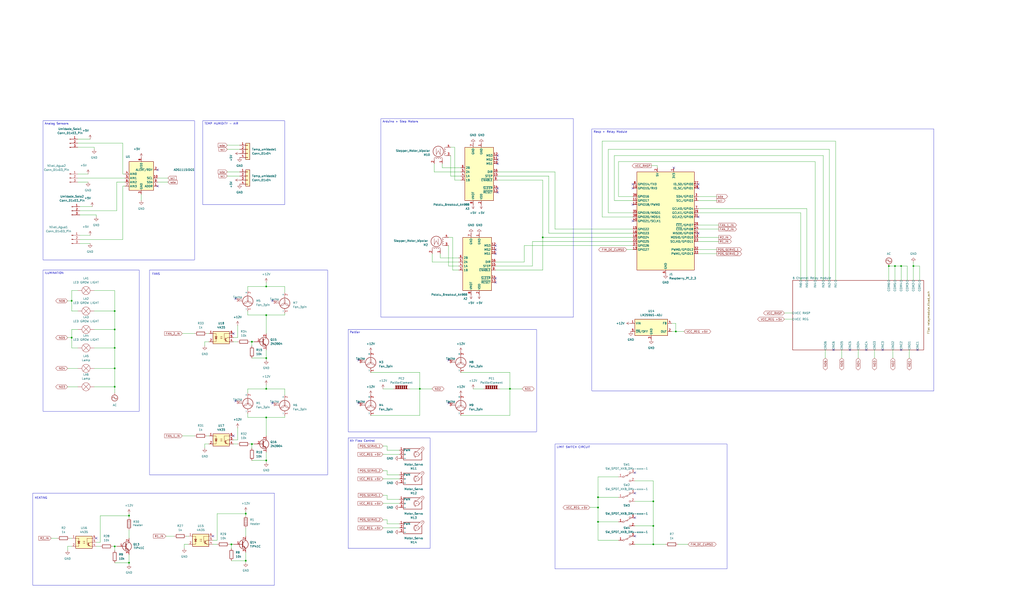
<source format=kicad_sch>
(kicad_sch (version 20231120) (generator "eeschema") (generator_version "8.0")
  (paper "User" 635 381)
  (title_block (title "Smart Greenhouse") (date "2024-11-13") (rev "A"))
  (junction (at 405.13 337.82))
  (junction (at 71.12 193.04))
  (junction (at 370.84 314.96))
  (junction (at 152.4 318.77))
  (junction (at 566.42 165.1))
  (junction (at 558.8 165.1))
  (junction (at 165.1 195.58))
  (junction (at 156.21 212.09))
  (junction (at 551.18 165.1))
  (junction (at 71.12 204.47))
  (junction (at 370.84 323.85))
  (junction (at 165.1 259.08))
  (junction (at 336.55 147.32))
  (junction (at 370.84 308.61))
  (junction (at 165.1 285.75))
  (junction (at 165.1 241.3))
  (junction (at 71.12 215.9))
  (junction (at 419.1 205.74))
  (junction (at 165.1 222.25))
  (junction (at 316.23 241.3))
  (junction (at 71.12 240.03))
  (junction (at 165.1 177.8))
  (junction (at 405.13 311.15))
  (junction (at 80.01 349.25))
  (junction (at 44.45 186.69))
  (junction (at 143.51 337.82))
  (junction (at 152.4 347.98))
  (junction (at 80.01 320.04))
  (junction (at 554.99 165.1))
  (junction (at 71.12 339.09))
  (junction (at 405.13 326.39))
  (junction (at 44.45 209.55))
  (junction (at 260.35 241.3))
  (junction (at 71.12 228.6))
  (junction (at 156.21 275.59))
  (no_connect (at 393.7 332.74))
  (no_connect (at 308.61 96.52))
  (no_connect (at 222.25 250.19))
  (no_connect (at 558.8 217.17))
  (no_connect (at 307.34 157.48))
  (no_connect (at 516.89 217.17))
  (no_connect (at 97.79 115.57))
  (no_connect (at 433.07 134.62))
  (no_connect (at 308.61 119.38))
  (no_connect (at 308.61 116.84))
  (no_connect (at 392.43 127))
  (no_connect (at 308.61 99.06))
  (no_connect (at 146.05 185.42))
  (no_connect (at 307.34 172.72))
  (no_connect (at 132.08 332.74))
  (no_connect (at 278.13 223.52))
  (no_connect (at 568.96 217.17))
  (no_connect (at 307.34 175.26))
  (no_connect (at 433.07 116.84))
  (no_connect (at 527.05 217.17))
  (no_connect (at 537.21 217.17))
  (no_connect (at 392.43 137.16))
  (no_connect (at 393.7 306.07))
  (no_connect (at 393.7 321.31))
  (no_connect (at 278.13 250.19))
  (no_connect (at 144.78 270.51))
  (no_connect (at 168.91 186.69))
  (no_connect (at 307.34 154.94))
  (no_connect (at 433.07 144.78))
  (no_connect (at 144.78 207.01))
  (no_connect (at 168.91 250.19))
  (no_connect (at 97.79 105.41))
  (no_connect (at 417.83 104.14))
  (no_connect (at 308.61 101.6))
  (no_connect (at 146.05 248.92))
  (no_connect (at 222.25 223.52))
  (no_connect (at 393.7 293.37))
  (no_connect (at 392.43 116.84))
  (no_connect (at 59.69 334.01))
  (no_connect (at 547.37 217.17))
  (no_connect (at 433.07 114.3))
  (no_connect (at 392.43 114.3))
  (no_connect (at 307.34 152.4))
  (wire (pts (xy 260.35 241.3) (xy 260.35 257.81)))
  (wire (pts (xy 59.69 336.55) (xy 62.23 336.55)))
  (wire (pts (xy 325.12 162.56) (xy 325.12 152.4)))
  (wire (pts (xy 505.46 100.33) (xy 505.46 173.99)))
  (wire (pts (xy 532.13 217.17) (xy 532.13 222.25)))
  (wire (pts (xy 316.23 241.3) (xy 316.23 257.81)))
  (wire (pts (xy 80.01 344.17) (xy 80.01 349.25)))
  (wire (pts (xy 143.51 340.36) (xy 143.51 337.82)))
  (wire (pts (xy 71.12 339.09) (xy 69.85 339.09)))
  (wire (pts (xy 48.26 110.49) (xy 77.47 110.49)))
  (wire (pts (xy 55.88 146.05) (xy 49.53 146.05)))
  (wire (pts (xy 48.26 193.04) (xy 44.45 193.04)))
  (wire (pts (xy 340.36 109.22) (xy 340.36 144.78)))
  (wire (pts (xy 419.1 205.74) (xy 416.56 205.74)))
  (wire (pts (xy 157.48 212.09) (xy 156.21 212.09)))
  (wire (pts (xy 240.03 292.1) (xy 240.03 294.64)))
  (wire (pts (xy 144.78 337.82) (xy 143.51 337.82)))
  (wire (pts (xy 383.54 100.33) (xy 505.46 100.33)))
  (wire (pts (xy 240.03 294.64) (xy 247.65 294.64)))
  (wire (pts (xy 44.45 186.69) (xy 44.45 180.34)))
  (wire (pts (xy 58.42 204.47) (xy 71.12 204.47)))
  (wire (pts (xy 240.03 276.86) (xy 240.03 279.4)))
  (wire (pts (xy 128.27 207.01) (xy 129.54 207.01)))
  (wire (pts (xy 153.67 241.3) (xy 153.67 243.84)))
  (wire (pts (xy 156.21 275.59) (xy 154.94 275.59)))
  (wire (pts (xy 115.57 332.74) (xy 116.84 332.74)))
  (wire (pts (xy 153.67 177.8) (xy 153.67 180.34)))
  (wire (pts (xy 43.18 334.01) (xy 44.45 334.01)))
  (wire (pts (xy 285.75 231.14) (xy 316.23 231.14)))
  (wire (pts (xy 165.1 195.58) (xy 165.1 207.01)))
  (wire (pts (xy 285.75 104.14) (xy 274.32 104.14)))
  (wire (pts (xy 316.23 241.3) (xy 323.85 241.3)))
  (wire (pts (xy 41.91 339.09) (xy 41.91 341.63)))
  (wire (pts (xy 486.41 198.12) (xy 491.49 198.12)))
  (wire (pts (xy 500.38 129.54) (xy 500.38 173.99)))
  (wire (pts (xy 49.53 148.59) (xy 76.2 148.59)))
  (wire (pts (xy 570.23 173.99) (xy 570.23 165.1)))
  (wire (pts (xy 240.03 325.12) (xy 247.65 325.12)))
  (wire (pts (xy 114.3 337.82) (xy 114.3 340.36)))
  (wire (pts (xy 514.35 92.71) (xy 514.35 173.99)))
  (wire (pts (xy 153.67 259.08) (xy 165.1 259.08)))
  (wire (pts (xy 551.18 165.1) (xy 551.18 173.99)))
  (wire (pts (xy 444.5 121.92) (xy 433.07 121.92)))
  (wire (pts (xy 274.32 101.6) (xy 274.32 104.14)))
  (wire (pts (xy 273.05 157.48) (xy 273.05 160.02)))
  (wire (pts (xy 260.35 241.3) (xy 267.97 241.3)))
  (wire (pts (xy 156.21 214.63) (xy 156.21 212.09)))
  (wire (pts (xy 87.63 124.46) (xy 87.63 120.65)))
  (wire (pts (xy 71.12 204.47) (xy 71.12 215.9)))
  (wire (pts (xy 237.49 322.58) (xy 240.03 322.58)))
  (wire (pts (xy 165.1 259.08) (xy 165.1 270.51)))
  (wire (pts (xy 336.55 111.76) (xy 336.55 147.32)))
  (wire (pts (xy 558.8 165.1) (xy 558.8 173.99)))
  (wire (pts (xy 308.61 111.76) (xy 336.55 111.76)))
  (wire (pts (xy 521.97 217.17) (xy 521.97 222.25)))
  (wire (pts (xy 62.23 320.04) (xy 80.01 320.04)))
  (wire (pts (xy 419.1 200.66) (xy 419.1 205.74)))
  (wire (pts (xy 307.34 165.1) (xy 330.2 165.1)))
  (wire (pts (xy 147.32 265.43) (xy 147.32 273.05)))
  (wire (pts (xy 316.23 231.14) (xy 316.23 241.3)))
  (wire (pts (xy 156.21 285.75) (xy 165.1 285.75)))
  (wire (pts (xy 254 241.3) (xy 260.35 241.3)))
  (wire (pts (xy 176.53 177.8) (xy 176.53 181.61)))
  (wire (pts (xy 59.69 133.35) (xy 59.69 134.62)))
  (wire (pts (xy 62.23 339.09) (xy 59.69 339.09)))
  (wire (pts (xy 156.21 222.25) (xy 165.1 222.25)))
  (wire (pts (xy 54.61 113.03) (xy 48.26 113.03)))
  (wire (pts (xy 518.16 87.63) (xy 373.38 87.63)))
  (wire (pts (xy 176.53 257.81) (xy 176.53 259.08)))
  (wire (pts (xy 71.12 243.84) (xy 71.12 240.03)))
  (wire (pts (xy 113.03 270.51) (xy 120.65 270.51)))
  (wire (pts (xy 147.32 212.09) (xy 144.78 212.09)))
  (wire (pts (xy 344.17 142.24) (xy 392.43 142.24)))
  (wire (pts (xy 237.49 276.86) (xy 240.03 276.86)))
  (wire (pts (xy 165.1 280.67) (xy 165.1 285.75)))
  (wire (pts (xy 144.78 209.55) (xy 147.32 209.55)))
  (wire (pts (xy 518.16 173.99) (xy 518.16 87.63)))
  (wire (pts (xy 279.4 96.52) (xy 279.4 109.22)))
  (wire (pts (xy 152.4 347.98) (xy 152.4 349.25)))
  (wire (pts (xy 153.67 177.8) (xy 165.1 177.8)))
  (wire (pts (xy 48.26 228.6) (xy 41.91 228.6)))
  (wire (pts (xy 152.4 327.66) (xy 152.4 332.74)))
  (wire (pts (xy 237.49 327.66) (xy 247.65 327.66)))
  (wire (pts (xy 156.21 278.13) (xy 156.21 275.59)))
  (wire (pts (xy 44.45 209.55) (xy 44.45 215.9)))
  (wire (pts (xy 71.12 204.47) (xy 71.12 193.04)))
  (wire (pts (xy 370.84 323.85) (xy 383.54 323.85)))
  (wire (pts (xy 566.42 165.1) (xy 566.42 173.99)))
  (wire (pts (xy 128.27 270.51) (xy 129.54 270.51)))
  (wire (pts (xy 237.49 312.42) (xy 247.65 312.42)))
  (wire (pts (xy 152.4 342.9) (xy 152.4 347.98)))
  (wire (pts (xy 377.19 92.71) (xy 514.35 92.71)))
  (wire (pts (xy 147.32 201.93) (xy 147.32 209.55)))
  (wire (pts (xy 551.18 165.1) (xy 554.99 165.1)))
  (wire (pts (xy 72.39 130.81) (xy 72.39 113.03)))
  (wire (pts (xy 72.39 113.03) (xy 77.47 113.03)))
  (wire (pts (xy 237.49 281.94) (xy 247.65 281.94)))
  (wire (pts (xy 240.03 309.88) (xy 247.65 309.88)))
  (wire (pts (xy 59.69 133.35) (xy 49.53 133.35)))
  (wire (pts (xy 134.62 337.82) (xy 132.08 337.82)))
  (wire (pts (xy 496.57 132.08) (xy 496.57 173.99)))
  (wire (pts (xy 293.37 241.3) (xy 299.72 241.3)))
  (wire (pts (xy 49.53 130.81) (xy 72.39 130.81)))
  (wire (pts (xy 424.18 205.74) (xy 419.1 205.74)))
  (wire (pts (xy 309.88 241.3) (xy 316.23 241.3)))
  (wire (pts (xy 377.19 132.08) (xy 377.19 92.71)))
  (wire (pts (xy 392.43 132.08) (xy 377.19 132.08)))
  (wire (pts (xy 153.67 259.08) (xy 153.67 256.54)))
  (wire (pts (xy 284.48 167.64) (xy 280.67 167.64)))
  (wire (pts (xy 279.4 91.44) (xy 281.94 91.44)))
  (wire (pts (xy 562.61 165.1) (xy 562.61 173.99)))
  (wire (pts (xy 260.35 231.14) (xy 260.35 241.3)))
  (wire (pts (xy 107.95 332.74) (xy 102.87 332.74)))
  (wire (pts (xy 240.03 322.58) (xy 240.03 325.12)))
  (wire (pts (xy 285.75 109.22) (xy 279.4 109.22)))
  (wire (pts (xy 340.36 144.78) (xy 392.43 144.78)))
  (wire (pts (xy 55.88 151.13) (xy 49.53 151.13)))
  (wire (pts (xy 308.61 106.68) (xy 344.17 106.68)))
  (wire (pts (xy 132.08 335.28) (xy 134.62 335.28)))
  (wire (pts (xy 58.42 180.34) (xy 71.12 180.34)))
  (wire (pts (xy 542.29 217.17) (xy 542.29 222.25)))
  (wire (pts (xy 165.1 222.25) (xy 165.1 223.52)))
  (wire (pts (xy 140.97 92.71) (xy 148.59 92.71)))
  (wire (pts (xy 330.2 165.1) (xy 330.2 149.86)))
  (wire (pts (xy 433.07 124.46) (xy 444.5 124.46)))
  (wire (pts (xy 365.76 314.96) (xy 370.84 314.96)))
  (wire (pts (xy 370.84 323.85) (xy 370.84 335.28)))
  (wire (pts (xy 240.03 307.34) (xy 240.03 309.88)))
  (wire (pts (xy 80.01 318.77) (xy 80.01 320.04)))
  (wire (pts (xy 54.61 107.95) (xy 48.26 107.95)))
  (wire (pts (xy 229.87 257.81) (xy 260.35 257.81)))
  (wire (pts (xy 237.49 241.3) (xy 243.84 241.3)))
  (wire (pts (xy 307.34 162.56) (xy 325.12 162.56)))
  (wire (pts (xy 165.1 177.8) (xy 176.53 177.8)))
  (wire (pts (xy 153.67 195.58) (xy 165.1 195.58)))
  (wire (pts (xy 129.54 275.59) (xy 127 275.59)))
  (wire (pts (xy 393.7 326.39) (xy 405.13 326.39)))
  (wire (pts (xy 433.07 132.08) (xy 496.57 132.08)))
  (wire (pts (xy 152.4 317.5) (xy 152.4 318.77)))
  (wire (pts (xy 433.07 142.24) (xy 445.77 142.24)))
  (wire (pts (xy 140.97 106.68) (xy 148.59 106.68)))
  (wire (pts (xy 554.99 165.1) (xy 554.99 173.99)))
  (wire (pts (xy 48.26 215.9) (xy 44.45 215.9)))
  (wire (pts (xy 563.88 217.17) (xy 563.88 222.25)))
  (wire (pts (xy 393.7 337.82) (xy 405.13 337.82)))
  (wire (pts (xy 486.41 194.31) (xy 491.49 194.31)))
  (wire (pts (xy 153.67 241.3) (xy 165.1 241.3)))
  (wire (pts (xy 403.86 102.87) (xy 407.67 102.87)))
  (wire (pts (xy 143.51 337.82) (xy 142.24 337.82)))
  (wire (pts (xy 393.7 311.15) (xy 405.13 311.15)))
  (wire (pts (xy 127 275.59) (xy 127 278.13)))
  (wire (pts (xy 278.13 152.4) (xy 278.13 165.1)))
  (wire (pts (xy 58.42 240.03) (xy 71.12 240.03)))
  (wire (pts (xy 405.13 298.45) (xy 393.7 298.45)))
  (wire (pts (xy 383.54 121.92) (xy 392.43 121.92)))
  (wire (pts (xy 511.81 217.17) (xy 511.81 222.25)))
  (wire (pts (xy 381 124.46) (xy 381 96.52)))
  (wire (pts (xy 143.51 347.98) (xy 152.4 347.98)))
  (wire (pts (xy 165.1 259.08) (xy 176.53 259.08)))
  (wire (pts (xy 134.62 318.77) (xy 134.62 335.28)))
  (wire (pts (xy 325.12 152.4) (xy 392.43 152.4)))
  (wire (pts (xy 62.23 320.04) (xy 62.23 336.55)))
  (wire (pts (xy 370.84 308.61) (xy 370.84 314.96)))
  (wire (pts (xy 48.26 88.9) (xy 76.2 88.9)))
  (wire (pts (xy 381 96.52) (xy 510.54 96.52)))
  (wire (pts (xy 330.2 149.86) (xy 392.43 149.86)))
  (wire (pts (xy 165.1 241.3) (xy 176.53 241.3)))
  (wire (pts (xy 71.12 349.25) (xy 80.01 349.25)))
  (wire (pts (xy 237.49 307.34) (xy 240.03 307.34)))
  (wire (pts (xy 570.23 165.1) (xy 566.42 165.1)))
  (wire (pts (xy 153.67 195.58) (xy 153.67 193.04)))
  (wire (pts (xy 71.12 240.03) (xy 71.12 228.6)))
  (wire (pts (xy 344.17 106.68) (xy 344.17 142.24)))
  (wire (pts (xy 284.48 162.56) (xy 267.97 162.56)))
  (wire (pts (xy 392.43 124.46) (xy 381 124.46)))
  (wire (pts (xy 49.53 128.27) (xy 57.15 128.27)))
  (wire (pts (xy 284.48 165.1) (xy 278.13 165.1)))
  (wire (pts (xy 407.67 102.87) (xy 407.67 104.14)))
  (wire (pts (xy 336.55 147.32) (xy 336.55 167.64)))
  (wire (pts (xy 240.03 279.4) (xy 247.65 279.4)))
  (wire (pts (xy 58.42 215.9) (xy 71.12 215.9)))
  (wire (pts (xy 144.78 273.05) (xy 147.32 273.05)))
  (wire (pts (xy 176.53 241.3) (xy 176.53 245.11)))
  (wire (pts (xy 152.4 318.77) (xy 152.4 320.04)))
  (wire (pts (xy 140.97 109.22) (xy 148.59 109.22)))
  (wire (pts (xy 44.45 339.09) (xy 41.91 339.09)))
  (wire (pts (xy 281.94 91.44) (xy 281.94 111.76)))
  (wire (pts (xy 510.54 96.52) (xy 510.54 173.99)))
  (wire (pts (xy 285.75 111.76) (xy 281.94 111.76)))
  (wire (pts (xy 433.07 157.48) (xy 444.5 157.48)))
  (wire (pts (xy 267.97 157.48) (xy 267.97 162.56)))
  (wire (pts (xy 278.13 147.32) (xy 280.67 147.32)))
  (wire (pts (xy 433.07 139.7) (xy 445.77 139.7)))
  (wire (pts (xy 370.84 335.28) (xy 383.54 335.28)))
  (wire (pts (xy 370.84 295.91) (xy 370.84 308.61)))
  (wire (pts (xy 41.91 209.55) (xy 44.45 209.55)))
  (wire (pts (xy 156.21 212.09) (xy 154.94 212.09)))
  (wire (pts (xy 405.13 311.15) (xy 405.13 298.45)))
  (wire (pts (xy 48.26 204.47) (xy 44.45 204.47)))
  (wire (pts (xy 113.03 207.01) (xy 120.65 207.01)))
  (wire (pts (xy 388.62 154.94) (xy 392.43 154.94)))
  (wire (pts (xy 284.48 160.02) (xy 273.05 160.02)))
  (wire (pts (xy 165.1 175.26) (xy 165.1 177.8)))
  (wire (pts (xy 373.38 134.62) (xy 392.43 134.62)))
  (wire (pts (xy 566.42 165.1) (xy 566.42 162.56)))
  (wire (pts (xy 71.12 193.04) (xy 71.12 180.34)))
  (wire (pts (xy 134.62 318.77) (xy 152.4 318.77)))
  (wire (pts (xy 433.07 154.94) (xy 444.5 154.94)))
  (wire (pts (xy 405.13 337.82) (xy 412.75 337.82)))
  (wire (pts (xy 58.42 91.44) (xy 58.42 92.71)))
  (wire (pts (xy 237.49 292.1) (xy 240.03 292.1)))
  (wire (pts (xy 76.2 107.95) (xy 77.47 107.95)))
  (wire (pts (xy 370.84 308.61) (xy 383.54 308.61)))
  (wire (pts (xy 129.54 212.09) (xy 127 212.09)))
  (wire (pts (xy 558.8 165.1) (xy 554.99 165.1)))
  (wire (pts (xy 44.45 204.47) (xy 44.45 209.55)))
  (wire (pts (xy 383.54 295.91) (xy 370.84 295.91)))
  (wire (pts (xy 58.42 91.44) (xy 48.26 91.44)))
  (wire (pts (xy 127 212.09) (xy 127 214.63)))
  (wire (pts (xy 229.87 231.14) (xy 260.35 231.14)))
  (wire (pts (xy 280.67 147.32) (xy 280.67 167.64)))
  (wire (pts (xy 285.75 257.81) (xy 316.23 257.81)))
  (wire (pts (xy 165.1 285.75) (xy 165.1 287.02)))
  (wire (pts (xy 58.42 193.04) (xy 71.12 193.04)))
  (wire (pts (xy 58.42 228.6) (xy 71.12 228.6)))
  (wire (pts (xy 562.61 165.1) (xy 558.8 165.1)))
  (wire (pts (xy 405.13 326.39) (xy 405.13 311.15)))
  (wire (pts (xy 31.75 334.01) (xy 35.56 334.01)))
  (wire (pts (xy 176.53 194.31) (xy 176.53 195.58)))
  (wire (pts (xy 41.91 186.69) (xy 44.45 186.69)))
  (wire (pts (xy 308.61 109.22) (xy 340.36 109.22)))
  (wire (pts (xy 370.84 314.96) (xy 370.84 323.85)))
  (wire (pts (xy 433.07 147.32) (xy 445.77 147.32)))
  (wire (pts (xy 383.54 121.92) (xy 383.54 100.33)))
  (wire (pts (xy 41.91 240.03) (xy 48.26 240.03)))
  (wire (pts (xy 104.14 110.49) (xy 97.79 110.49)))
  (wire (pts (xy 269.24 101.6) (xy 269.24 106.68)))
  (wire (pts (xy 44.45 186.69) (xy 44.45 193.04)))
  (wire (pts (xy 71.12 341.63) (xy 71.12 339.09)))
  (wire (pts (xy 285.75 106.68) (xy 269.24 106.68)))
  (wire (pts (xy 553.72 222.25) (xy 553.72 217.17)))
  (wire (pts (xy 140.97 90.17) (xy 148.59 90.17)))
  (wire (pts (xy 416.56 200.66) (xy 419.1 200.66)))
  (wire (pts (xy 76.2 115.57) (xy 77.47 115.57)))
  (wire (pts (xy 373.38 87.63) (xy 373.38 134.62)))
  (wire (pts (xy 48.26 86.36) (xy 55.88 86.36)))
  (wire (pts (xy 116.84 337.82) (xy 114.3 337.82)))
  (wire (pts (xy 237.49 297.18) (xy 247.65 297.18)))
  (wire (pts (xy 307.34 167.64) (xy 336.55 167.64)))
  (wire (pts (xy 336.55 147.32) (xy 392.43 147.32)))
  (wire (pts (xy 157.48 275.59) (xy 156.21 275.59)))
  (wire (pts (xy 76.2 148.59) (xy 76.2 115.57)))
  (wire (pts (xy 147.32 275.59) (xy 144.78 275.59)))
  (wire (pts (xy 80.01 349.25) (xy 80.01 350.52)))
  (wire (pts (xy 104.14 113.03) (xy 97.79 113.03)))
  (wire (pts (xy 72.39 339.09) (xy 71.12 339.09)))
  (wire (pts (xy 426.72 337.82) (xy 420.37 337.82)))
  (wire (pts (xy 48.26 180.34) (xy 44.45 180.34)))
  (wire (pts (xy 165.1 195.58) (xy 176.53 195.58)))
  (wire (pts (xy 445.77 149.86) (xy 433.07 149.86)))
  (wire (pts (xy 76.2 88.9) (xy 76.2 107.95)))
  (wire (pts (xy 405.13 337.82) (xy 405.13 326.39)))
  (wire (pts (xy 433.07 129.54) (xy 500.38 129.54)))
  (wire (pts (xy 80.01 320.04) (xy 80.01 321.31)))
  (wire (pts (xy 80.01 328.93) (xy 80.01 334.01)))
  (wire (pts (xy 165.1 238.76) (xy 165.1 241.3)))
  (wire (pts (xy 165.1 217.17) (xy 165.1 222.25)))
  (wire (pts (xy 71.12 228.6) (xy 71.12 215.9)))
  (rectangle (start 344.17 275.59) (end 450.85 353.06))
  (rectangle (start 170.18 363.22) (end 20.32 306.07))
  (rectangle (start 92.71 167.64) (end 203.2 294.64))
  (text_box "Rasp + Relay Module\n" (at 367.03 80.01 0) (size 212.09 162.56) (effects (font (size 1.27 1.27)) (justify left top)))
  (text_box "Air Flow Control" (at 215.9 271.78 0) (size 50.8 68.58) (effects (font (size 1.27 1.27)) (justify left top)))
  (text_box "TEMP HUMIDITY - AIR" (at 125.73 74.93 0) (size 50.8 52.07) (effects (font (size 1.27 1.27)) (justify left top)))
  (text_box "Peltier" (at 215.9 204.47 0) (size 116.84 63.5) (effects (font (size 1.27 1.27)) (justify left top)))
  (text_box "Arduino + Step Motors" (at 236.22 73.66 0) (size 119.38 123.19) (effects (font (size 1.27 1.27)) (justify left top)))
  (text_box "Analog Sensors" (at 26.67 74.93 0) (size 93.98 86.36) (effects (font (size 1.27 1.27)) (justify left top)))
  (text_box "ILUMINATION" (at 26.67 167.64 0) (size 59.69 87.63) (effects (font (size 1.27 1.27)) (justify left top)))
  (text "HEATING\n" (at 25.4 309.118 0) (effects (font (size 1.27 1.27))))
  (text "LIMIT SWITCH CIRCUIT\n" (at 355.6 277.622 0) (effects (font (size 1.27 1.27))))
  (text "FANS\n" (at 96.774 170.18 0) (effects (font (size 1.27 1.27))))
  (global_label "POS_SERVO_1" (shape input) (at 237.49 307.34 180) (property "Intersheetrefs" "${INTERSHEET_REFS}" (effects (hide yes))))
  (global_label "NO1" (shape bidirectional) (at 323.85 241.3 0) (property "Intersheetrefs" "${INTERSHEET_REFS}" (effects (hide yes))))
  (global_label "POS_SERVO_2" (shape input) (at 237.49 322.58 180) (property "Intersheetrefs" "${INTERSHEET_REFS}" (effects (hide yes))))
  (global_label "sda" (shape input) (at 104.14 113.03 0) (property "Intersheetrefs" "${INTERSHEET_REFS}" (effects (hide yes))))
  (global_label "VCC_REG +5V" (shape bidirectional) (at 424.18 205.74 0) (property "Intersheetrefs" "${INTERSHEET_REFS}" (effects (hide yes))))
  (global_label "POS_SERVO_2" (shape input) (at 237.49 292.1 180) (property "Intersheetrefs" "${INTERSHEET_REFS}" (effects (hide yes))))
  (global_label "VCC_RASP" (shape output) (at 403.86 102.87 180) (property "Intersheetrefs" "${INTERSHEET_REFS}" (effects (hide yes))))
  (global_label "NO4" (shape bidirectional) (at 532.13 222.25 270) (property "Intersheetrefs" "${INTERSHEET_REFS}" (effects (hide yes))))
  (global_label "R1_IN" (shape input) (at 102.87 332.74 180) (property "Intersheetrefs" "${INTERSHEET_REFS}" (effects (hide yes))))
  (global_label "R1_IN" (shape output) (at 445.77 149.86 0) (property "Intersheetrefs" "${INTERSHEET_REFS}" (effects (hide yes))))
  (global_label "POS_SERVO_2" (shape output) (at 444.5 157.48 0) (property "Intersheetrefs" "${INTERSHEET_REFS}" (effects (hide yes))))
  (global_label "FAN_2_IN" (shape output) (at 445.77 142.24 0) (property "Intersheetrefs" "${INTERSHEET_REFS}" (effects (hide yes))))
  (global_label "POS_SERVO_1" (shape input) (at 237.49 276.86 180) (property "Intersheetrefs" "${INTERSHEET_REFS}" (effects (hide yes))))
  (global_label "FAN_1_IN" (shape output) (at 445.77 139.7 0) (property "Intersheetrefs" "${INTERSHEET_REFS}" (effects (hide yes))))
  (global_label "VCC_RASP" (shape bidirectional) (at 486.41 194.31 180) (property "Intersheetrefs" "${INTERSHEET_REFS}" (effects (hide yes))))
  (global_label "NO2" (shape bidirectional) (at 267.97 241.3 0) (property "Intersheetrefs" "${INTERSHEET_REFS}" (effects (hide yes))))
  (global_label "NO5" (shape bidirectional) (at 521.97 222.25 270) (property "Intersheetrefs" "${INTERSHEET_REFS}" (effects (hide yes))))
  (global_label "VCC_REG +5V" (shape bidirectional) (at 486.41 198.12 180) (property "Intersheetrefs" "${INTERSHEET_REFS}" (effects (hide yes))))
  (global_label "NO1" (shape bidirectional) (at 563.88 222.25 270) (property "Intersheetrefs" "${INTERSHEET_REFS}" (effects (hide yes))))
  (global_label "FIM_DE_CURSO" (shape bidirectional) (at 388.62 154.94 180) (property "Intersheetrefs" "${INTERSHEET_REFS}" (effects (hide yes))))
  (global_label "R2_IN" (shape output) (at 445.77 147.32 0) (property "Intersheetrefs" "${INTERSHEET_REFS}" (effects (hide yes))))
  (global_label "NO6" (shape bidirectional) (at 511.81 222.25 270) (property "Intersheetrefs" "${INTERSHEET_REFS}" (effects (hide yes))))
  (global_label "VCC_REG +5V" (shape input) (at 237.49 312.42 180) (property "Intersheetrefs" "${INTERSHEET_REFS}" (effects (hide yes))))
  (global_label "VCC_REG +5V" (shape bidirectional) (at 365.76 314.96 180) (property "Intersheetrefs" "${INTERSHEET_REFS}" (effects (hide yes))))
  (global_label "FAN_1_IN" (shape input) (at 113.03 270.51 180) (property "Intersheetrefs" "${INTERSHEET_REFS}" (effects (hide yes))))
  (global_label "POS_SERVO_1" (shape output) (at 444.5 154.94 0) (property "Intersheetrefs" "${INTERSHEET_REFS}" (effects (hide yes))))
  (global_label "NO4" (shape bidirectional) (at 41.91 228.6 180) (property "Intersheetrefs" "${INTERSHEET_REFS}" (effects (hide yes))))
  (global_label "FAN_2_IN" (shape input) (at 113.03 207.01 180) (property "Intersheetrefs" "${INTERSHEET_REFS}" (effects (hide yes))))
  (global_label "VCC_REG +5V" (shape input) (at 237.49 297.18 180) (property "Intersheetrefs" "${INTERSHEET_REFS}" (effects (hide yes))))
  (global_label "VCC_REG +5V" (shape input) (at 237.49 281.94 180) (property "Intersheetrefs" "${INTERSHEET_REFS}" (effects (hide yes))))
  (global_label "NO6" (shape bidirectional) (at 41.91 186.69 180) (property "Intersheetrefs" "${INTERSHEET_REFS}" (effects (hide yes))))
  (global_label "sda" (shape input) (at 140.97 90.17 180) (property "Intersheetrefs" "${INTERSHEET_REFS}" (effects (hide yes))))
  (global_label "NO3" (shape bidirectional) (at 41.91 240.03 180) (property "Intersheetrefs" "${INTERSHEET_REFS}" (effects (hide yes))))
  (global_label "FIM_DE_CURSO" (shape bidirectional) (at 426.72 337.82 0) (property "Intersheetrefs" "${INTERSHEET_REFS}" (effects (hide yes))))
  (global_label "R2_IN" (shape input) (at 31.75 334.01 180) (property "Intersheetrefs" "${INTERSHEET_REFS}" (effects (hide yes))))
  (global_label "VCC_REG +5V" (shape input) (at 237.49 327.66 180) (property "Intersheetrefs" "${INTERSHEET_REFS}" (effects (hide yes))))
  (global_label "scl" (shape input) (at 104.14 110.49 0) (property "Intersheetrefs" "${INTERSHEET_REFS}" (effects (hide yes))))
  (global_label "scl" (shape input) (at 140.97 92.71 180) (property "Intersheetrefs" "${INTERSHEET_REFS}" (effects (hide yes))))
  (global_label "scl" (shape input) (at 140.97 109.22 180) (property "Intersheetrefs" "${INTERSHEET_REFS}" (effects (hide yes))))
  (global_label "sda" (shape input) (at 140.97 106.68 180) (property "Intersheetrefs" "${INTERSHEET_REFS}" (effects (hide yes))))
  (global_label "NO5" (shape bidirectional) (at 41.91 209.55 180) (property "Intersheetrefs" "${INTERSHEET_REFS}" (effects (hide yes))))
  (global_label "sda " (shape output) (at 444.5 121.92 0) (property "Intersheetrefs" "${INTERSHEET_REFS}" (effects (hide yes))))
  (global_label "scl" (shape output) (at 444.5 124.46 0) (property "Intersheetrefs" "${INTERSHEET_REFS}" (effects (hide yes))))
  (global_label "NO3" (shape bidirectional) (at 542.29 222.25 270) (property "Intersheetrefs" "${INTERSHEET_REFS}" (effects (hide yes))))
  (global_label "NO2" (shape bidirectional) (at 553.72 222.25 270) (property "Intersheetrefs" "${INTERSHEET_REFS}" (effects (hide yes))))
  (symbol (lib_id "power:GND") (at 292.1 144.78 180) (unit 1)
    (property "Reference" "#PWR048" (effects (hide yes)))
    (property "Value" "GND" (at 292.1 139.7 0))
    (property "Description" "Power symbol creates a global label with name \"GND\" , ground" (effects (hide yes)))
  )
  (symbol (lib_id "Switch:SW_SPDT_XKB_DMx-xxxx-1") (at 388.62 308.61 0) (unit 1)
    (property "Reference" "SW2" (at 388.62 300.99 0))
    (property "Value" "SW_SPDT_XKB_DMx-xxxx-1" (at 388.62 303.53 0))
    (property "Description" "Position switch" (effects (hide yes)))
  )
  (symbol (lib_id "power:GND") (at 165.1 223.52 0) (unit 1)
    (property "Reference" "#PWR070" (effects (hide yes)))
    (property "Value" "GND" (at 165.1 228.346 0))
    (property "Description" "Power symbol creates a global label with name \"GND\" , ground" (effects (hide yes)))
  )
  (symbol (lib_id "Transistor_BJT:2N3904") (at 162.56 275.59 0) (unit 1)
    (property "Reference" "Q16" (at 167.64 274.3199 0) (effects (justify left)))
    (property "Value" "2N3904" (at 167.64 276.8599 0) (effects (justify left)))
    (property "Footprint" "Package_TO_SOT_THT:TO-92_Inline" (effects (hide yes)))
    (property "Datasheet" "https://www.onsemi.com/pub/Collateral/2N3903-D.PDF" (effects (hide yes)))
    (property "Description" "0.2A Ic, 40V Vce, Small Signal NPN Transistor, TO-92" (effects (hide yes)))
  )
  (symbol (lib_id "Device:Lamp") (at 53.34 240.03 90) (unit 1)
    (property "Reference" "LA6" (at 53.34 232.41 90))
    (property "Value" "Lamp" (at 53.34 234.95 90))
    (property "Description" "Lamp" (effects (hide yes)))
  )
  (symbol (lib_id "Analog_ADC:ADS1115IDGS") (at 87.63 110.49 0) (unit 1)
    (property "Reference" "U1" (at 77.978 97.282 0) (effects (justify left)))
    (property "Value" "ADS1115IDGS" (at 107.6041 105.41 0) (effects (justify left)))
    (property "Footprint" "Package_SO:TSSOP-10_3x3mm_P0.5mm" (effects (hide yes)))
    (property "Datasheet" "http://www.ti.com/lit/ds/symlink/ads1113.pdf" (effects (hide yes)))
    (property "Description" "Ultra-Small, Low-Power, I2C-Compatible, 860-SPS, 16-Bit ADCs With Internal Reference, Oscillator, and Programmable Comparator, VSSOP-10" (effects (hide yes)))
  )
  (symbol (lib_id "Device:R") (at 39.37 334.01 90) (unit 1)
    (property "Reference" "R2" (at 39.37 327.66 90))
    (property "Value" "1k" (at 39.37 330.2 90))
    (property "Description" "Resistor" (effects (hide yes)))
  )
  (symbol (lib_id "power:+5V") (at 293.37 127 180) (unit 1)
    (property "Reference" "#PWR053" (effects (hide yes)))
    (property "Value" "+5V" (at 293.37 132.08 0))
    (property "Description" "Power symbol creates a global label with name \"+5V\"" (effects (hide yes)))
  )
  (symbol (lib_id "Regulator_Switching:LM2596S-ADJ") (at 403.86 203.2 0) (unit 1)
    (property "Reference" "U14" (at 403.86 193.04 0))
    (property "Value" "LM2596S-ADJ" (at 403.86 195.58 0))
    (property "Footprint" "Package_TO_SOT_SMD:TO-263-5_TabPin3" (effects (hide yes)))
    (property "Datasheet" "http://www.ti.com/lit/ds/symlink/lm2596.pdf" (effects (hide yes)))
    (property "Description" "Adjustable 3A Step-Down Voltage Regulator, TO-263" (effects (hide yes)))
  )
  (symbol (lib_id "power:GND") (at 566.42 162.56 180) (unit 1)
    (property "Reference" "#PWR036" (effects (hide yes)))
    (property "Value" "GND" (at 566.42 157.48 0))
    (property "Description" "Power symbol creates a global label with name \"GND\" , ground" (effects (hide yes)))
  )
  (symbol (lib_id "power:GND") (at 391.16 205.74 0) (unit 1)
    (property "Reference" "#PWR062" (effects (hide yes)))
    (property "Value" "GND" (at 391.16 210.82 0))
    (property "Description" "Power symbol creates a global label with name \"GND\" , ground" (effects (hide yes)))
  )
  (symbol (lib_id "Device:R") (at 138.43 337.82 90) (unit 1)
    (property "Reference" "R29" (at 138.43 331.47 90))
    (property "Value" "10k" (at 138.43 334.01 90))
    (property "Description" "Resistor" (effects (hide yes)))
  )
  (symbol (lib_id "Driver_Motor:Pololu_Breakout_A4988") (at 298.45 109.22 180) (unit 1)
    (property "Reference" "A3" (at 291.1759 129.54 0) (effects (justify left)))
    (property "Value" "Pololu_Breakout_A4988" (at 291.1759 127 0) (effects (justify left)))
    (property "Footprint" "Module:Pololu_Breakout-16_15.2x20.3mm" (effects (hide yes)))
    (property "Datasheet" "https://www.pololu.com/product/2980/pictures" (effects (hide yes)))
    (property "Description" "Pololu Breakout Board, Stepper Driver A4988" (effects (hide yes)))
  )
  (symbol (lib_id "Isolator:4N35") (at 137.16 209.55 0) (unit 1)
    (property "Reference" "U18" (at 137.16 200.66 0))
    (property "Value" "4N35" (at 137.16 203.2 0))
    (property "Footprint" "Package_DIP:DIP-6_W7.62mm" (effects (hide yes)))
    (property "Datasheet" "https://www.vishay.com/docs/81181/4n35.pdf" (effects (hide yes)))
    (property "Description" "Optocoupler, Phototransistor Output, with Base Connection, Vce 70V, CTR 100%, Viso 5000V, DIP6" (effects (hide yes)))
  )
  (symbol (lib_id "power:+5V") (at 148.59 111.76 90) (unit 1)
    (property "Reference" "#PWR08" (effects (hide yes)))
    (property "Value" "+5V" (at 143.256 114.554 0))
    (property "Description" "Power symbol creates a global label with name \"+5V\"" (effects (hide yes)))
  )
  (symbol (lib_id "Connector:Conn_01x03_Pin") (at 44.45 148.59 0) (unit 1)
    (property "Reference" "Nivel_Agua1" (at 36.322 140.97 0))
    (property "Value" "Conn_01x03_Pin" (at 36.322 143.51 0))
    (property "Footprint" "Connector_PinHeader_1.00mm:PinHeader_1x03_P1.00mm_Vertical" (effects (hide yes)))
    (property "Description" "Generic connector, single row, 01x03, script generated" (effects (hide yes)))
  )
  (symbol (lib_id "power:+5V") (at 297.18 182.88 180) (unit 1)
    (property "Reference" "#PWR049" (effects (hide yes)))
    (property "Value" "+5V" (at 297.18 187.96 0))
    (property "Description" "Power symbol creates a global label with name \"+5V\"" (effects (hide yes)))
  )
  (symbol (lib_id "Motor:Stepper_Motor_bipolar") (at 270.51 149.86 180) (unit 1)
    (property "Reference" "M2" (at 265.43 151.981 0) (effects (justify left)))
    (property "Value" "Stepper_Motor_bipolar" (at 265.43 149.441 0) (effects (justify left)))
    (property "Datasheet" "http://www.infineon.com/dgdl/Application-Note-TLE8110EE_driving_UniPolarStepperMotor_V1.1.pdf?fileId=db3a30431be39b97011be5d0aa0a00b0" (effects (hide yes)))
    (property "Description" "4-wire bipolar stepper motor" (effects (hide yes)))
  )
  (symbol (lib_id "power:GND") (at 247.65 330.2 270) (unit 1)
    (property "Reference" "#PWR058" (effects (hide yes)))
    (property "Value" "GND" (at 243.84 330.2001 90) (effects (justify right)))
    (property "Description" "Power symbol creates a global label with name \"GND\" , ground" (effects (hide yes)))
  )
  (symbol (lib_id "Device:Lamp") (at 53.34 228.6 90) (unit 1)
    (property "Reference" "LA5" (at 53.34 220.98 90))
    (property "Value" "Lamp" (at 53.34 223.52 90))
    (property "Description" "Lamp" (effects (hide yes)))
  )
  (symbol (lib_id "Switch:SW_SPDT_XKB_DMx-xxxx-1") (at 388.62 295.91 0) (unit 1)
    (property "Reference" "SW1" (at 388.62 288.29 0))
    (property "Value" "SW_SPDT_XKB_DMx-xxxx-1" (at 388.62 290.83 0))
    (property "Description" "Position switch" (effects (hide yes)))
  )
  (symbol (lib_id "power:GND") (at 54.61 113.03 0) (unit 1)
    (property "Reference" "#PWR05" (effects (hide yes)))
    (property "Value" "GND" (at 54.61 118.11 0))
    (property "Description" "Power symbol creates a global label with name \"GND\" , ground" (effects (hide yes)))
  )
  (symbol (lib_id "power:GND") (at 55.88 151.13 0) (unit 1)
    (property "Reference" "#PWR044" (effects (hide yes)))
    (property "Value" "GND" (at 55.88 156.21 0))
    (property "Description" "Power symbol creates a global label with name \"GND\" , ground" (effects (hide yes)))
  )
  (symbol (lib_id "power:+5V") (at 54.61 107.95 0) (unit 1)
    (property "Reference" "#PWR04" (effects (hide yes)))
    (property "Value" "+5V" (at 51.816 102.616 0))
    (property "Description" "Power symbol creates a global label with name \"+5V\"" (effects (hide yes)))
  )
  (symbol (lib_id "power:GND") (at 114.3 340.36 0) (unit 1)
    (property "Reference" "#PWR022" (effects (hide yes)))
    (property "Value" "GND" (at 114.3 345.44 0))
    (property "Description" "Power symbol creates a global label with name \"GND\" , ground" (effects (hide yes)))
  )
  (symbol (lib_id "power:GND") (at 80.01 350.52 0) (unit 1)
    (property "Reference" "#PWR064" (effects (hide yes)))
    (property "Value" "GND" (at 80.01 355.346 0))
    (property "Description" "Power symbol creates a global label with name \"GND\" , ground" (effects (hide yes)))
  )
  (symbol (lib_id "power:GND") (at 297.18 144.78 180) (unit 1)
    (property "Reference" "#PWR047" (effects (hide yes)))
    (property "Value" "GND" (at 297.18 139.7 0))
    (property "Description" "Power symbol creates a global label with name \"GND\" , ground" (effects (hide yes)))
  )
  (symbol (lib_id "Device:R") (at 151.13 275.59 90) (unit 1)
    (property "Reference" "R32" (at 151.13 269.24 90))
    (property "Value" "10k" (at 151.13 271.78 90))
    (property "Description" "Resistor" (effects (hide yes)))
  )
  (symbol (lib_id "Connector:Conn_01x03_Pin") (at 43.18 110.49 0) (unit 1)
    (property "Reference" "Nivel_Agua2" (at 35.052 102.87 0))
    (property "Value" "Conn_01x03_Pin" (at 35.052 105.41 0))
    (property "Footprint" "Connector_PinHeader_1.00mm:PinHeader_1x03_P1.00mm_Vertical" (effects (hide yes)))
    (property "Description" "Generic connector, single row, 01x03, script generated" (effects (hide yes)))
  )
  (symbol (lib_id "Device:R") (at 416.56 337.82 90) (unit 1)
    (property "Reference" "R7" (at 416.56 331.47 90))
    (property "Value" "1k" (at 416.56 334.01 90))
    (property "Description" "Resistor" (effects (hide yes)))
  )
  (symbol (lib_id "Motor:Stepper_Motor_bipolar") (at 271.78 93.98 180) (unit 1)
    (property "Reference" "M10" (at 266.7 96.101 0) (effects (justify left)))
    (property "Value" "Stepper_Motor_bipolar" (at 266.7 93.561 0) (effects (justify left)))
    (property "Datasheet" "http://www.infineon.com/dgdl/Application-Note-TLE8110EE_driving_UniPolarStepperMotor_V1.1.pdf?fileId=db3a30431be39b97011be5d0aa0a00b0" (effects (hide yes)))
    (property "Description" "4-wire bipolar stepper motor" (effects (hide yes)))
  )
  (symbol (lib_id "power:GND") (at 127 214.63 0) (unit 1)
    (property "Reference" "#PWR024" (effects (hide yes)))
    (property "Value" "GND" (at 127 219.71 0))
    (property "Description" "Power symbol creates a global label with name \"GND\" , ground" (effects (hide yes)))
  )
  (symbol (lib_id "Motor:Fan_3pin") (at 176.53 186.69 0) (unit 1)
    (property "Reference" "M7" (at 181.61 187.9599 0) (effects (justify left)))
    (property "Value" "Fan_3pin" (at 181.61 190.4999 0) (effects (justify left)))
    (property "Datasheet" "http://www.hardwarecanucks.com/forum/attachments/new-builds/16287d1330775095-help-chassis-power-fan-connectors-motherboard-asus_p8z68.jpg" (effects (hide yes)))
    (property "Description" "Fan, tacho output, 3-pin connector" (effects (hide yes)))
  )
  (symbol (lib_id "Device:Lamp") (at 53.34 180.34 90) (unit 1)
    (property "Reference" "LA1" (at 53.34 172.72 90))
    (property "Value" "LED GROW LIGHT" (at 53.34 175.26 90))
    (property "Description" "Lamp" (effects (hide yes)))
  )
  (symbol (lib_id "power:+5V") (at 292.1 182.88 180) (unit 1)
    (property "Reference" "#PWR050" (effects (hide yes)))
    (property "Value" "+5V" (at 292.1 187.96 0))
    (property "Description" "Power symbol creates a global label with name \"+5V\"" (effects (hide yes)))
  )
  (symbol (lib_id "power:+5V") (at 55.88 146.05 0) (unit 1)
    (property "Reference" "#PWR043" (effects (hide yes)))
    (property "Value" "+5V" (at 53.086 140.716 0))
    (property "Description" "Power symbol creates a global label with name \"+5V\"" (effects (hide yes)))
  )
  (symbol (lib_id "power:AC") (at 71.12 243.84 180) (unit 1)
    (property "Reference" "#PWR012" (effects (hide yes)))
    (property "Value" "AC" (at 71.12 251.46 0))
    (property "Description" "Power symbol creates a global label with name \"AC\"" (effects (hide yes)))
  )
  (symbol (lib_id "Device:Lamp") (at 53.34 215.9 90) (unit 1)
    (property "Reference" "LA4" (at 53.34 208.28 90))
    (property "Value" "LED GROW LIGHT" (at 53.34 210.82 90))
    (property "Description" "Lamp" (effects (hide yes)))
  )
  (symbol (lib_id "power:+12V") (at 165.1 175.26 0) (unit 1)
    (property "Reference" "#PWR069" (effects (hide yes)))
    (property "Value" "+12V" (at 165.1 170.18 0))
    (property "Description" "Power symbol creates a global label with name \"+12V\"" (effects (hide yes)))
  )
  (symbol (lib_id "Driver_Motor:Pololu_Breakout_A4988") (at 297.18 165.1 180) (unit 1)
    (property "Reference" "A2" (at 289.9059 185.42 0) (effects (justify left)))
    (property "Value" "Pololu_Breakout_A4988" (at 289.9059 182.88 0) (effects (justify left)))
    (property "Footprint" "Module:Pololu_Breakout-16_15.2x20.3mm" (effects (hide yes)))
    (property "Datasheet" "https://www.pololu.com/product/2980/pictures" (effects (hide yes)))
    (property "Description" "Pololu Breakout Board, Stepper Driver A4988" (effects (hide yes)))
  )
  (symbol (lib_id "Transistor_BJT:TIP41C") (at 149.86 337.82 0) (unit 1)
    (property "Reference" "Q14" (at 154.94 336.5499 0) (effects (justify left)))
    (property "Value" "TIP41C" (at 154.94 339.0899 0) (effects (justify left)))
    (property "Footprint" "Package_TO_SOT_THT:TO-220-3_Vertical" (effects (hide yes)))
    (property "Datasheet" "https://www.centralsemi.com/get_document.php?cmp=1&mergetype=pd&mergepath=pd&pdf_id=tip41.PDF" (effects (hide yes)))
    (property "Description" "6A Ic, 100V Vce, Power NPN Transistor, TO-220" (effects (hide yes)))
  )
  (symbol (lib_id "power:+12V") (at 165.1 238.76 0) (unit 1)
    (property "Reference" "#PWR021" (effects (hide yes)))
    (property "Value" "+12V" (at 165.1 233.68 0))
    (property "Description" "Power symbol creates a global label with name \"+12V\"" (effects (hide yes)))
  )
  (symbol (lib_id "Device:PeltierElement") (at 248.92 241.3 0) (unit 1)
    (property "Reference" "PE2" (at 248.92 234.95 0))
    (property "Value" "PeltierElement" (at 248.92 237.49 0))
    (property "Footprint" "Capacitor_THT:C_Disc_D9.0mm_W2.5mm_P5.00mm" (effects (hide yes)))
    (property "Description" "Peltier element, thermoelectric cooler" (effects (hide yes)))
  )
  (symbol (lib_id "Motor:Motor_Servo") (at 255.27 281.94 0) (unit 1)
    (property "Reference" "M11" (at 256.5289 290.83 0))
    (property "Value" "Motor_Servo" (at 256.5289 288.29 0))
    (property "Datasheet" "http://forums.parallax.com/uploads/attachments/46831/74481.png" (effects (hide yes)))
    (property "Description" "Servo Motor (Futaba, HiTec, JR connector)" (effects (hide yes)))
  )
  (symbol (lib_id "power:AC") (at 551.18 165.1 0) (unit 1)
    (property "Reference" "#PWR015" (effects (hide yes)))
    (property "Value" "AC" (at 551.18 157.48 0))
    (property "Description" "Power symbol creates a global label with name \"AC\"" (effects (hide yes)))
  )
  (symbol (lib_id "Connector:Conn_01x03_Pin") (at 44.45 130.81 0) (unit 1)
    (property "Reference" "Umidade_Solo2" (at 44.704 121.92 0))
    (property "Value" "Conn_01x03_Pin" (at 44.704 124.46 0))
    (property "Footprint" "Connector_PinHeader_1.00mm:PinHeader_1x03_P1.00mm_Vertical" (effects (hide yes)))
    (property "Description" "Generic connector, single row, 01x03, script generated" (effects (hide yes)))
  )
  (symbol (lib_id "power:GND") (at 148.59 97.79 0) (unit 1)
    (property "Reference" "#PWR042" (effects (hide yes)))
    (property "Value" "GND" (at 148.59 102.87 0))
    (property "Description" "Power symbol creates a global label with name \"GND\" , ground" (effects (hide yes)))
  )
  (symbol (lib_id "Connector:Raspberry_Pi_2_3") (at 412.75 137.16 0) (unit 1)
    (property "Reference" "J1" (at 414.9441 170.18 0) (effects (justify left)))
    (property "Value" "Raspberry_Pi_2_3" (at 414.9441 172.72 0) (effects (justify left)))
    (property "Footprint" "Module:Raspberry_Pi_Zero_Socketed_THT_FaceDown_MountingHoles" (effects (hide yes)))
    (property "Datasheet" "https://www.raspberrypi.org/documentation/hardware/raspberrypi/schematics/rpi_SCH_3bplus_1p0_reduced.pdf" (effects (hide yes)))
    (property "Description" "expansion header for Raspberry Pi 2 & 3" (effects (hide yes)))
  )
  (symbol (lib_id "Device:Lamp") (at 53.34 204.47 90) (unit 1)
    (property "Reference" "LA3" (at 53.34 196.85 90))
    (property "Value" "LED GROW LIGHT" (at 53.34 199.39 90))
    (property "Description" "Lamp" (effects (hide yes)))
  )
  (symbol (lib_id "power:GND") (at 412.75 170.18 0) (unit 1)
    (property "Reference" "#PWR057" (effects (hide yes)))
    (property "Value" "GND" (at 412.75 175.26 0))
    (property "Description" "Power symbol creates a global label with name \"GND\" , ground" (effects (hide yes)))
  )
  (symbol (lib_id "power:GND") (at 298.45 88.9 180) (unit 1)
    (property "Reference" "#PWR052" (effects (hide yes)))
    (property "Value" "GND" (at 298.45 83.82 0))
    (property "Description" "Power symbol creates a global label with name \"GND\" , ground" (effects (hide yes)))
  )
  (symbol (lib_id "power:+12V") (at 237.49 241.3 0) (unit 1)
    (property "Reference" "#PWR035" (effects (hide yes)))
    (property "Value" "+12V" (at 237.49 236.22 0))
    (property "Description" "Power symbol creates a global label with name \"+12V\"" (effects (hide yes)))
  )
  (symbol (lib_id "Motor:Fan_3pin") (at 229.87 223.52 0) (unit 1)
    (property "Reference" "M3" (at 234.95 224.7899 0) (effects (justify left)))
    (property "Value" "Fan_3pin" (at 234.95 227.3299 0) (effects (justify left)))
    (property "Datasheet" "http://www.hardwarecanucks.com/forum/attachments/new-builds/16287d1330775095-help-chassis-power-fan-connectors-motherboard-asus_p8z68.jpg" (effects (hide yes)))
    (property "Description" "Fan, tacho output, 3-pin connector" (effects (hide yes)))
  )
  (symbol (lib_id "power:GND") (at 247.65 314.96 270) (unit 1)
    (property "Reference" "#PWR055" (effects (hide yes)))
    (property "Value" "GND" (at 243.84 314.9601 90) (effects (justify right)))
    (property "Description" "Power symbol creates a global label with name \"GND\" , ground" (effects (hide yes)))
  )
  (symbol (lib_id "Device:Lamp") (at 53.34 193.04 90) (unit 1)
    (property "Reference" "LA2" (at 53.34 185.42 90))
    (property "Value" "LED GROW LIGHT" (at 53.34 187.96 90))
    (property "Description" "Lamp" (effects (hide yes)))
  )
  (symbol (lib_id "power:GND") (at 58.42 92.71 0) (unit 1)
    (property "Reference" "#PWR02" (effects (hide yes)))
    (property "Value" "GND" (at 58.42 97.79 0))
    (property "Description" "Power symbol creates a global label with name \"GND\" , ground" (effects (hide yes)))
  )
  (symbol (lib_id "Motor:Fan_3pin") (at 285.75 250.19 0) (unit 1)
    (property "Reference" "M9" (at 290.83 251.4599 0) (effects (justify left)))
    (property "Value" "Fan_3pin" (at 290.83 253.9999 0) (effects (justify left)))
    (property "Datasheet" "http://www.hardwarecanucks.com/forum/attachments/new-builds/16287d1330775095-help-chassis-power-fan-connectors-motherboard-asus_p8z68.jpg" (effects (hide yes)))
    (property "Description" "Fan, tacho output, 3-pin connector" (effects (hide yes)))
  )
  (symbol (lib_id "power:+5V") (at 148.59 95.25 90) (unit 1)
    (property "Reference" "#PWR041" (effects (hide yes)))
    (property "Value" "+5V" (at 143.256 98.044 0))
    (property "Description" "Power symbol creates a global label with name \"+5V\"" (effects (hide yes)))
  )
  (symbol (lib_id "Device:R") (at 71.12 345.44 180) (unit 1)
    (property "Reference" "R9" (at 73.66 344.1699 0) (effects (justify right)))
    (property "Value" "10k" (at 73.66 346.7099 0) (effects (justify right)))
    (property "Description" "Resistor" (effects (hide yes)))
  )
  (symbol (lib_id "power:+5V") (at 87.63 97.79 0) (unit 1)
    (property "Reference" "#PWR06" (effects (hide yes)))
    (property "Value" "+5V" (at 84.836 92.456 0))
    (property "Description" "Power symbol creates a global label with name \"+5V\"" (effects (hide yes)))
  )
  (symbol (lib_id "Device:R") (at 143.51 344.17 180) (unit 1)
    (property "Reference" "R8" (at 146.05 342.8999 0) (effects (justify right)))
    (property "Value" "10k" (at 146.05 345.4399 0) (effects (justify right)))
    (property "Description" "Resistor" (effects (hide yes)))
  )
  (symbol (lib_id "Motor:Fan_3pin") (at 153.67 185.42 0) (unit 1)
    (property "Reference" "M5" (at 158.75 186.6899 0) (effects (justify left)))
    (property "Value" "Fan_3pin" (at 158.75 189.2299 0) (effects (justify left)))
    (property "Datasheet" "http://www.hardwarecanucks.com/forum/attachments/new-builds/16287d1330775095-help-chassis-power-fan-connectors-motherboard-asus_p8z68.jpg" (effects (hide yes)))
    (property "Description" "Fan, tacho output, 3-pin connector" (effects (hide yes)))
  )
  (symbol (lib_id "power:GND") (at 247.65 299.72 270) (unit 1)
    (property "Reference" "#PWR059" (effects (hide yes)))
    (property "Value" "GND" (at 243.84 299.7201 90) (effects (justify right)))
    (property "Description" "Power symbol creates a global label with name \"GND\" , ground" (effects (hide yes)))
  )
  (symbol (lib_id "Connector:Conn_01x03_Pin") (at 43.18 88.9 0) (unit 1)
    (property "Reference" "Umidade_Solo1" (at 43.434 80.01 0))
    (property "Value" "Conn_01x03_Pin" (at 43.434 82.55 0))
    (property "Footprint" "Connector_PinHeader_1.00mm:PinHeader_1x03_P1.00mm_Vertical" (effects (hide yes)))
    (property "Description" "Generic connector, single row, 01x03, script generated" (effects (hide yes)))
  )
  (symbol (lib_id "Device:PeltierElement") (at 304.8 241.3 0) (unit 1)
    (property "Reference" "PE1" (at 304.8 234.95 0))
    (property "Value" "PeltierElement" (at 304.8 237.49 0))
    (property "Footprint" "Capacitor_THT:C_Disc_D9.0mm_W2.5mm_P5.00mm" (effects (hide yes)))
    (property "Description" "Peltier element, thermoelectric cooler" (effects (hide yes)))
  )
  (symbol (lib_id "Switch:SW_SPDT_XKB_DMx-xxxx-1") (at 388.62 335.28 0) (unit 1)
    (property "Reference" "SW4" (at 388.62 327.66 0))
    (property "Value" "SW_SPDT_XKB_DMx-xxxx-1" (at 388.62 330.2 0))
    (property "Description" "Position switch" (effects (hide yes)))
  )
  (symbol (lib_id "Connector_Generic:Conn_01x04") (at 153.67 109.22 0) (unit 1)
    (property "Reference" "Temp_umidade2" (at 156.21 109.2199 0) (effects (justify left)))
    (property "Value" "Conn_01x04" (at 156.21 111.7599 0) (effects (justify left)))
    (property "Footprint" "Connector:FanPinHeader_1x04_P2.54mm_Vertical" (effects (hide yes)))
    (property "Description" "Generic connector, single row, 01x04, script generated (kicad-library-utils/schlib/autogen/connector/)" (effects (hide yes)))
  )
  (symbol (lib_id "Motor:Fan_3pin") (at 176.53 250.19 0) (unit 1)
    (property "Reference" "M6" (at 181.61 251.4599 0) (effects (justify left)))
    (property "Value" "Fan_3pin" (at 181.61 253.9999 0) (effects (justify left)))
    (property "Datasheet" "http://www.hardwarecanucks.com/forum/attachments/new-builds/16287d1330775095-help-chassis-power-fan-connectors-motherboard-asus_p8z68.jpg" (effects (hide yes)))
    (property "Description" "Fan, tacho output, 3-pin connector" (effects (hide yes)))
  )
  (symbol (lib_id "power:+5V") (at 298.45 127 180) (unit 1)
    (property "Reference" "#PWR051" (effects (hide yes)))
    (property "Value" "+5V" (at 298.45 132.08 0))
    (property "Description" "Power symbol creates a global label with name \"+5V\"" (effects (hide yes)))
  )
  (symbol (lib_id "Motor:Fan_3pin") (at 229.87 250.19 0) (unit 1)
    (property "Reference" "M4" (at 234.95 251.4599 0) (effects (justify left)))
    (property "Value" "Fan_3pin" (at 234.95 253.9999 0) (effects (justify left)))
    (property "Datasheet" "http://www.hardwarecanucks.com/forum/attachments/new-builds/16287d1330775095-help-chassis-power-fan-connectors-motherboard-asus_p8z68.jpg" (effects (hide yes)))
    (property "Description" "Fan, tacho output, 3-pin connector" (effects (hide yes)))
  )
  (symbol (lib_id "Device:R") (at 66.04 339.09 90) (unit 1)
    (property "Reference" "R28" (at 66.04 332.74 90))
    (property "Value" "10k" (at 66.04 335.28 90))
    (property "Description" "Resistor" (effects (hide yes)))
  )
  (symbol (lib_id "power:+12V") (at 147.32 201.93 0) (unit 1)
    (property "Reference" "#PWR066" (effects (hide yes)))
    (property "Value" "+12V" (at 147.32 196.85 0))
    (property "Description" "Power symbol creates a global label with name \"+12V\"" (effects (hide yes)))
  )
  (symbol (lib_id "Isolator:4N35") (at 124.46 335.28 0) (unit 1)
    (property "Reference" "U15" (at 124.46 326.39 0))
    (property "Value" "4N35" (at 124.46 328.93 0))
    (property "Footprint" "Package_DIP:DIP-6_W7.62mm" (effects (hide yes)))
    (property "Datasheet" "https://www.vishay.com/docs/81181/4n35.pdf" (effects (hide yes)))
    (property "Description" "Optocoupler, Phototransistor Output, with Base Connection, Vce 70V, CTR 100%, Viso 5000V, DIP6" (effects (hide yes)))
  )
  (symbol (lib_id "power:+12V") (at 229.87 245.11 0) (unit 1)
    (property "Reference" "#PWR034" (effects (hide yes)))
    (property "Value" "+12V" (at 229.87 240.03 0))
    (property "Description" "Power symbol creates a global label with name \"+12V\"" (effects (hide yes)))
  )
  (symbol (lib_id "power:GND") (at 165.1 287.02 0) (unit 1)
    (property "Reference" "#PWR067" (effects (hide yes)))
    (property "Value" "GND" (at 165.1 291.846 0))
    (property "Description" "Power symbol creates a global label with name \"GND\" , ground" (effects (hide yes)))
  )
  (symbol (lib_id "Device:R") (at 156.21 281.94 180) (unit 1)
    (property "Reference" "R10" (at 158.75 280.6699 0) (effects (justify right)))
    (property "Value" "10k" (at 158.75 283.2099 0) (effects (justify right)))
    (property "Description" "Resistor" (effects (hide yes)))
  )
  (symbol (lib_id "Motor:Motor_Servo") (at 255.27 312.42 0) (unit 1)
    (property "Reference" "M13" (at 256.5289 321.31 0))
    (property "Value" "Motor_Servo" (at 256.5289 318.77 0))
    (property "Datasheet" "http://forums.parallax.com/uploads/attachments/46831/74481.png" (effects (hide yes)))
    (property "Description" "Servo Motor (Futaba, HiTec, JR connector)" (effects (hide yes)))
  )
  (symbol (lib_id "Device:R") (at 124.46 207.01 90) (unit 1)
    (property "Reference" "R33" (at 124.46 200.66 90))
    (property "Value" "1k" (at 124.46 203.2 90))
    (property "Description" "Resistor" (effects (hide yes)))
  )
  (symbol (lib_id "Motor:Motor_Servo") (at 255.27 297.18 0) (unit 1)
    (property "Reference" "M12" (at 256.5289 306.07 0))
    (property "Value" "Motor_Servo" (at 256.5289 303.53 0))
    (property "Datasheet" "http://forums.parallax.com/uploads/attachments/46831/74481.png" (effects (hide yes)))
    (property "Description" "Servo Motor (Futaba, HiTec, JR connector)" (effects (hide yes)))
  )
  (symbol (lib_id "power:GND") (at 247.65 284.48 270) (unit 1)
    (property "Reference" "#PWR056" (effects (hide yes)))
    (property "Value" "GND" (at 243.84 284.4801 90) (effects (justify right)))
    (property "Description" "Power symbol creates a global label with name \"GND\" , ground" (effects (hide yes)))
  )
  (symbol (lib_id "power:GND") (at 127 278.13 0) (unit 1)
    (property "Reference" "#PWR065" (effects (hide yes)))
    (property "Value" "GND" (at 127 283.21 0))
    (property "Description" "Power symbol creates a global label with name \"GND\" , ground" (effects (hide yes)))
  )
  (symbol (lib_id "Device:R") (at 151.13 212.09 90) (unit 1)
    (property "Reference" "R34" (at 151.13 205.74 90))
    (property "Value" "10k" (at 151.13 208.28 90))
    (property "Description" "Resistor" (effects (hide yes)))
  )
  (symbol (lib_id "power:+12V") (at 80.01 318.77 0) (unit 1)
    (property "Reference" "#PWR030" (effects (hide yes)))
    (property "Value" "+12V" (at 80.01 313.69 0))
    (property "Description" "Power symbol creates a global label with name \"+12V\"" (effects (hide yes)))
  )
  (symbol (lib_id "Motor:Fan_3pin") (at 153.67 248.92 0) (unit 1)
    (property "Reference" "M1" (at 158.75 250.1899 0) (effects (justify left)))
    (property "Value" "Fan_3pin" (at 158.75 252.7299 0) (effects (justify left)))
    (property "Datasheet" "http://www.hardwarecanucks.com/forum/attachments/new-builds/16287d1330775095-help-chassis-power-fan-connectors-motherboard-asus_p8z68.jpg" (effects (hide yes)))
    (property "Description" "Fan, tacho output, 3-pin connector" (effects (hide yes)))
  )
  (symbol (lib_id "Connector_Generic:Conn_01x04") (at 153.67 92.71 0) (unit 1)
    (property "Reference" "Temp_umidade1" (at 156.21 92.7099 0) (effects (justify left)))
    (property "Value" "Conn_01x04" (at 156.21 95.2499 0) (effects (justify left)))
    (property "Footprint" "Connector:FanPinHeader_1x04_P2.54mm_Vertical" (effects (hide yes)))
    (property "Description" "Generic connector, single row, 01x04, script generated (kicad-library-utils/schlib/autogen/connector/)" (effects (hide yes)))
  )
  (symbol (lib_id "power:GND") (at 148.59 114.3 0) (unit 1)
    (property "Reference" "#PWR07" (effects (hide yes)))
    (property "Value" "GND" (at 148.59 119.38 0))
    (property "Description" "Power symbol creates a global label with name \"GND\" , ground" (effects (hide yes)))
  )
  (symbol (lib_id "power:+12V") (at 293.37 241.3 0) (unit 1)
    (property "Reference" "#PWR040" (effects (hide yes)))
    (property "Value" "+12V" (at 293.37 236.22 0))
    (property "Description" "Power symbol creates a global label with name \"+12V\"" (effects (hide yes)))
  )
  (symbol (lib_id "Device:R") (at 124.46 270.51 90) (unit 1)
    (property "Reference" "R31" (at 124.46 264.16 90))
    (property "Value" "1k" (at 124.46 266.7 90))
    (property "Description" "Resistor" (effects (hide yes)))
  )
  (symbol (lib_id "Device:R") (at 156.21 218.44 180) (unit 1)
    (property "Reference" "R15" (at 158.75 217.1699 0) (effects (justify right)))
    (property "Value" "10k" (at 158.75 219.7099 0) (effects (justify right)))
    (property "Description" "Resistor" (effects (hide yes)))
  )
  (symbol (lib_id "power:+12V") (at 285.75 218.44 0) (unit 1)
    (property "Reference" "#PWR038" (effects (hide yes)))
    (property "Value" "+12V" (at 285.75 213.36 0))
    (property "Description" "Power symbol creates a global label with name \"+12V\"" (effects (hide yes)))
  )
  (symbol (lib_id "power:GND") (at 59.69 134.62 0) (unit 1)
    (property "Reference" "#PWR046" (effects (hide yes)))
    (property "Value" "GND" (at 59.69 139.7 0))
    (property "Description" "Power symbol creates a global label with name \"GND\" , ground" (effects (hide yes)))
  )
  (symbol (lib_id "power:+12V") (at 229.87 218.44 0) (unit 1)
    (property "Reference" "#PWR033" (effects (hide yes)))
    (property "Value" "+12V" (at 229.87 213.36 0))
    (property "Description" "Power symbol creates a global label with name \"+12V\"" (effects (hide yes)))
  )
  (symbol (lib_id "Motor:Fan_3pin") (at 285.75 223.52 0) (unit 1)
    (property "Reference" "M8" (at 290.83 224.7899 0) (effects (justify left)))
    (property "Value" "Fan_3pin" (at 290.83 227.3299 0) (effects (justify left)))
    (property "Datasheet" "http://www.hardwarecanucks.com/forum/attachments/new-builds/16287d1330775095-help-chassis-power-fan-connectors-motherboard-asus_p8z68.jpg" (effects (hide yes)))
    (property "Description" "Fan, tacho output, 3-pin connector" (effects (hide yes)))
  )
  (symbol (lib_id "Isolator:4N35") (at 52.07 336.55 0) (unit 1)
    (property "Reference" "U16" (at 52.07 327.66 0))
    (property "Value" "4N35" (at 52.07 330.2 0))
    (property "Footprint" "Package_DIP:DIP-6_W7.62mm" (effects (hide yes)))
    (property "Datasheet" "https://www.vishay.com/docs/81181/4n35.pdf" (effects (hide yes)))
    (property "Description" "Optocoupler, Phototransistor Output, with Base Connection, Vce 70V, CTR 100%, Viso 5000V, DIP6" (effects (hide yes)))
  )
  (symbol (lib_id "Device:Heater") (at 152.4 323.85 0) (unit 1)
    (property "Reference" "R1" (at 154.94 322.5799 0) (effects (justify left)))
    (property "Value" "Heater" (at 154.94 325.1199 0) (effects (justify left)))
    (property "Footprint" "Capacitor_THT:C_Rect_L16.5mm_W8.7mm_P15.00mm_MKT" (effects (hide yes)))
    (property "Description" "Resistive heater" (effects (hide yes)))
  )
  (symbol (lib_id "power:GND") (at 152.4 349.25 0) (unit 1)
    (property "Reference" "#PWR063" (effects (hide yes)))
    (property "Value" "GND" (at 152.4 354.076 0))
    (property "Description" "Power symbol creates a global label with name \"GND\" , ground" (effects (hide yes)))
  )
  (symbol (lib_id "Motor:Motor_Servo") (at 255.27 327.66 0) (unit 1)
    (property "Reference" "M14" (at 256.5289 336.55 0))
    (property "Value" "Motor_Servo" (at 256.5289 334.01 0))
    (property "Datasheet" "http://forums.parallax.com/uploads/attachments/46831/74481.png" (effects (hide yes)))
    (property "Description" "Servo Motor (Futaba, HiTec, JR connector)" (effects (hide yes)))
  )
  (symbol (lib_id "power:+12V") (at 152.4 317.5 0) (unit 1)
    (property "Reference" "#PWR023" (effects (hide yes)))
    (property "Value" "+12V" (at 152.4 312.42 0))
    (property "Description" "Power symbol creates a global label with name \"+12V\"" (effects (hide yes)))
  )
  (symbol (lib_id "power:+12V") (at 391.16 200.66 90) (unit 1)
    (property "Reference" "#PWR061" (effects (hide yes)))
    (property "Value" "+12V" (at 387.35 200.6599 90) (effects (justify left)))
    (property "Description" "Power symbol creates a global label with name \"+12V\"" (effects (hide yes)))
  )
  (symbol (lib_id "Device:Heater") (at 80.01 325.12 0) (unit 1)
    (property "Reference" "R30" (at 82.55 323.8499 0) (effects (justify left)))
    (property "Value" "Heater" (at 82.296 325.882 0) (effects (justify left)))
    (property "Footprint" "Capacitor_THT:C_Rect_L16.5mm_W8.7mm_P15.00mm_MKT" (effects (hide yes)))
    (property "Description" "Resistive heater" (effects (hide yes)))
  )
  (symbol (lib_id "Switch:SW_SPDT_XKB_DMx-xxxx-1") (at 388.62 323.85 0) (unit 1)
    (property "Reference" "SW3" (at 388.62 313.69 0))
    (property "Value" "SW_SPDT_XKB_DMx-xxxx-1" (at 388.62 318.77 0))
    (property "Description" "Position switch" (effects (hide yes)))
  )
  (symbol (lib_id "Transistor_BJT:TIP41C") (at 77.47 339.09 0) (unit 1)
    (property "Reference" "Q13" (at 82.55 337.8199 0) (effects (justify left)))
    (property "Value" "TIP41C" (at 82.804 340.106 0) (effects (justify left)))
    (property "Footprint" "Package_TO_SOT_THT:TO-220-3_Vertical" (effects (hide yes)))
    (property "Datasheet" "https://www.centralsemi.com/get_document.php?cmp=1&mergetype=pd&mergepath=pd&pdf_id=tip41.PDF" (effects (hide yes)))
    (property "Description" "6A Ic, 100V Vce, Power NPN Transistor, TO-220" (effects (hide yes)))
  )
  (symbol (lib_id "power:GND") (at 41.91 341.63 0) (unit 1)
    (property "Reference" "#PWR029" (effects (hide yes)))
    (property "Value" "GND" (at 41.91 346.71 0))
    (property "Description" "Power symbol creates a global label with name \"GND\" , ground" (effects (hide yes)))
  )
  (symbol (lib_id "power:GND") (at 87.63 124.46 0) (unit 1)
    (property "Reference" "#PWR01" (effects (hide yes)))
    (property "Value" "GND" (at 87.63 129.54 0))
    (property "Description" "Power symbol creates a global label with name \"GND\" , ground" (effects (hide yes)))
  )
  (symbol (lib_id "power:+5V") (at 55.88 86.36 0) (unit 1)
    (property "Reference" "#PWR03" (effects (hide yes)))
    (property "Value" "+5V" (at 53.086 81.026 0))
    (property "Description" "Power symbol creates a global label with name \"+5V\"" (effects (hide yes)))
  )
  (symbol (lib_id "power:GND") (at 403.86 210.82 0) (unit 1)
    (property "Reference" "#PWR060" (effects (hide yes)))
    (property "Value" "GND" (at 403.86 215.9 0))
    (property "Description" "Power symbol creates a global label with name \"GND\" , ground" (effects (hide yes)))
  )
  (symbol (lib_id "power:+5V") (at 57.15 128.27 0) (unit 1)
    (property "Reference" "#PWR045" (effects (hide yes)))
    (property "Value" "+5V" (at 54.356 122.936 0))
    (property "Description" "Power symbol creates a global label with name \"+5V\"" (effects (hide yes)))
  )
  (symbol (lib_id "Device:R") (at 111.76 332.74 90) (unit 1)
    (property "Reference" "R27" (at 111.76 326.39 90))
    (property "Value" "1k" (at 111.76 328.93 90))
    (property "Description" "Resistor" (effects (hide yes)))
  )
  (symbol (lib_id "Transistor_BJT:2N3904") (at 162.56 212.09 0) (unit 1)
    (property "Reference" "Q15" (at 167.64 210.8199 0) (effects (justify left)))
    (property "Value" "2N3904" (at 167.64 213.3599 0) (effects (justify left)))
    (property "Footprint" "Package_TO_SOT_THT:TO-92_Inline" (effects (hide yes)))
    (property "Datasheet" "https://www.onsemi.com/pub/Collateral/2N3903-D.PDF" (effects (hide yes)))
    (property "Description" "0.2A Ic, 40V Vce, Small Signal NPN Transistor, TO-92" (effects (hide yes)))
  )
  (symbol (lib_id "power:GND") (at 293.37 88.9 180) (unit 1)
    (property "Reference" "#PWR054" (effects (hide yes)))
    (property "Value" "GND" (at 293.37 83.82 0))
    (property "Description" "Power symbol creates a global label with name \"GND\" , ground" (effects (hide yes)))
  )
  (symbol (lib_id "Isolator:4N35") (at 137.16 273.05 0) (unit 1)
    (property "Reference" "U17" (at 137.16 264.16 0))
    (property "Value" "4N35" (at 137.16 266.7 0))
    (property "Footprint" "Package_DIP:DIP-6_W7.62mm" (effects (hide yes)))
    (property "Datasheet" "https://www.vishay.com/docs/81181/4n35.pdf" (effects (hide yes)))
    (property "Description" "Optocoupler, Phototransistor Output, with Base Connection, Vce 70V, CTR 100%, Viso 5000V, DIP6" (effects (hide yes)))
  )
  (symbol (lib_id "power:+12V") (at 147.32 265.43 0) (unit 1)
    (property "Reference" "#PWR068" (effects (hide yes)))
    (property "Value" "+12V" (at 147.32 260.35 0))
    (property "Description" "Power symbol creates a global label with name \"+12V\"" (effects (hide yes)))
  )
  (symbol (lib_id "power:+12V") (at 285.75 245.11 0) (unit 1)
    (property "Reference" "#PWR039" (effects (hide yes)))
    (property "Value" "+12V" (at 285.75 240.03 0))
    (property "Description" "Power symbol creates a global label with name \"+12V\"" (effects (hide yes)))
  )
  (sheet (at 491.49 173.99) (size 81.28 43.18) (stroke (width 0.1524))
    (property "Sheetname" "6 Channel Relay module" (at 491.49 173.2784 0) (effects (justify left bottom)))
    (property "Sheetfile" "relaymodule.kicad_sch" (at 575.056 207.264 90) (effects (justify left top)))
    (pin "VCC RASP" input (at 491.49 194.31 180))
    (pin "VCC REG" input (at 491.49 198.12 180))
    (pin "IN2" input (at 514.35 173.99 90))
    (pin "IN1" input (at 518.16 173.99 90))
    (pin "NC2" output (at 558.8 217.17 270))
    (pin "NO2" output (at 553.72 217.17 270))
    (pin "NO1" output (at 563.88 217.17 270))
    (pin "NC1" output (at 568.96 217.17 270))
    (pin "NC5" output (at 527.05 217.17 270))
    (pin "NO5" output (at 521.97 217.17 270))
    (pin "IN5" input (at 500.38 173.99 90))
    (pin "NC6" output (at 516.89 217.17 270))
    (pin "NO6" output (at 511.81 217.17 270))
    (pin "IN6" input (at 496.57 173.99 90))
    (pin "NC4" output (at 537.21 217.17 270))
    (pin "NO4" output (at 532.13 217.17 270))
    (pin "IN3" input (at 510.54 173.99 90))
    (pin "IN4" input (at 505.46 173.99 90))
    (pin "NC3" output (at 547.37 217.17 270))
    (pin "NO3" output (at 542.29 217.17 270))
    (pin "COM2" input (at 566.42 173.99 90))
    (pin "COM1" input (at 570.23 173.99 90))
    (pin "COM5" input (at 554.99 173.99 90))
    (pin "COM6" input (at 551.18 173.99 90))
    (pin "COM3" input (at 562.61 173.99 90))
    (pin "COM4" input (at 558.8 173.99 90))
  )
)
</source>
